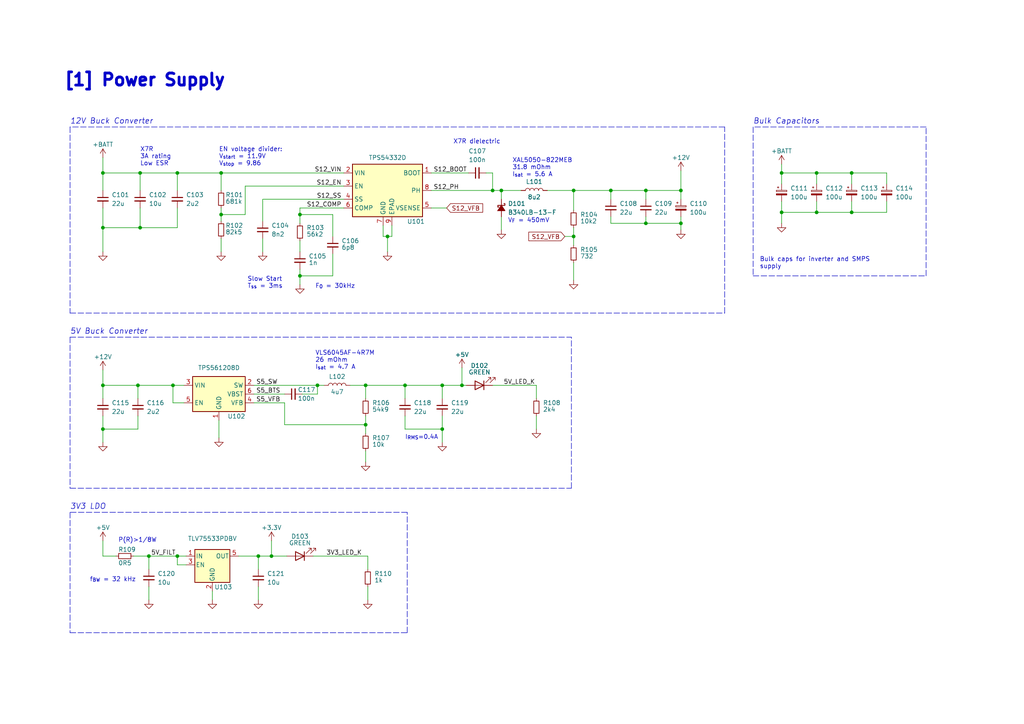
<source format=kicad_sch>
(kicad_sch (version 20211123) (generator eeschema)
  (paper "A4")
  (title_block (title "Power Supply [1]") (date "2023-04-16") (rev "1.0"))
  (lib_symbols
    (symbol "Device:C_Polarized_Small" (pin_numbers hide) (pin_names (offset 0.254) hide)
      (property "Reference" "C" (at 0.254 1.778 0))
      (property "Value" "C_Polarized_Small" (at 0.254 -2.032 0))
      (symbol "C_Polarized_Small_0_1"
        (rectangle (start -1.524 -0.3048) (end 1.524 -0.6858) (fill (type outline)))
        (rectangle (start -1.524 0.6858) (end 1.524 0.3048))
        (polyline (pts (xy -1.27 1.524) (xy -0.762 1.524)))
        (polyline (pts (xy -1.016 1.27) (xy -1.016 1.778)))
      )
      (symbol "C_Polarized_Small_1_1"
        (pin passive line (at 0 2.54 270) (length 1.8542) (name "~") (number "1"))
        (pin passive line (at 0 -2.54 90) (length 1.8542) (name "~") (number "2"))
      )
    )
    (symbol "Device:C_Small" (pin_numbers hide) (pin_names (offset 0.254) hide)
      (property "Reference" "C" (at 0.254 1.778 0))
      (property "Value" "C_Small" (at 0.254 -2.032 0))
      (symbol "C_Small_0_1"
        (polyline (pts (xy -1.524 -0.508) (xy 1.524 -0.508)) (stroke (width 0.3302)))
        (polyline (pts (xy -1.524 0.508) (xy 1.524 0.508)) (stroke (width 0.3048)))
      )
      (symbol "C_Small_1_1"
        (pin passive line (at 0 2.54 270) (length 2.032) (name "~") (number "1"))
        (pin passive line (at 0 -2.54 90) (length 2.032) (name "~") (number "2"))
      )
    )
    (symbol "Device:D_Schottky_Small_Filled" (pin_numbers hide) (pin_names (offset 0.254) hide)
      (property "Reference" "D" (at -1.27 2.032 0))
      (property "Value" "D_Schottky_Small_Filled" (at -7.112 -2.032 0))
      (symbol "D_Schottky_Small_Filled_0_1"
        (polyline (pts (xy -0.762 0) (xy 0.762 0)))
        (polyline (pts (xy 0.762 -1.016) (xy -0.762 0) (xy 0.762 1.016) (xy 0.762 -1.016)) (stroke (width 0.254)) (fill (type outline)))
        (polyline (pts (xy -1.27 0.762) (xy -1.27 1.016) (xy -0.762 1.016) (xy -0.762 -1.016) (xy -0.254 -1.016) (xy -0.254 -0.762)) (stroke (width 0.254)))
      )
      (symbol "D_Schottky_Small_Filled_1_1"
        (pin passive line (at -2.54 0 0) (length 1.778) (name "K") (number "1"))
        (pin passive line (at 2.54 0 180) (length 1.778) (name "A") (number "2"))
      )
    )
    (symbol "Device:L" (pin_numbers hide) (pin_names (offset 1.016) hide)
      (property "Reference" "L" (at -1.27 0 90))
      (property "Value" "L" (at 1.905 0 90))
      (symbol "L_0_1"
        (arc (start 0 -2.54) (mid 0.635 -1.905) (end 0 -1.27))
        (arc (start 0 -1.27) (mid 0.635 -0.635) (end 0 0))
        (arc (start 0 0) (mid 0.635 0.635) (end 0 1.27))
        (arc (start 0 1.27) (mid 0.635 1.905) (end 0 2.54))
      )
      (symbol "L_1_1"
        (pin passive line (at 0 3.81 270) (length 1.27) (name "1") (number "1"))
        (pin passive line (at 0 -3.81 90) (length 1.27) (name "2") (number "2"))
      )
    )
    (symbol "Device:LED" (pin_numbers hide) (pin_names (offset 1.016) hide)
      (property "Reference" "D" (at 0 2.54 0))
      (property "Value" "LED" (at 0 -2.54 0))
      (symbol "LED_0_1"
        (polyline (pts (xy -1.27 -1.27) (xy -1.27 1.27)) (stroke (width 0.254)))
        (polyline (pts (xy -1.27 0) (xy 1.27 0)))
        (polyline (pts (xy 1.27 -1.27) (xy 1.27 1.27) (xy -1.27 0) (xy 1.27 -1.27)) (stroke (width 0.254)))
        (polyline (pts (xy -3.048 -0.762) (xy -4.572 -2.286) (xy -3.81 -2.286) (xy -4.572 -2.286) (xy -4.572 -1.524)))
        (polyline (pts (xy -1.778 -0.762) (xy -3.302 -2.286) (xy -2.54 -2.286) (xy -3.302 -2.286) (xy -3.302 -1.524)))
      )
      (symbol "LED_1_1"
        (pin passive line (at -3.81 0 0) (length 2.54) (name "K") (number "1"))
        (pin passive line (at 3.81 0 180) (length 2.54) (name "A") (number "2"))
      )
    )
    (symbol "Device:R_Small" (pin_numbers hide) (pin_names (offset 0.254) hide)
      (property "Reference" "R" (at 0.762 0.508 0))
      (property "Value" "R_Small" (at 0.762 -1.016 0))
      (symbol "R_Small_0_1"
        (rectangle (start -0.762 1.778) (end 0.762 -1.778) (stroke (width 0.2032)))
      )
      (symbol "R_Small_1_1"
        (pin passive line (at 0 2.54 270) (length 0.762) (name "~") (number "1"))
        (pin passive line (at 0 -2.54 90) (length 0.762) (name "~") (number "2"))
      )
    )
    (symbol "Regulator_Linear:TLV75533PDBV" (pin_names (offset 0.254))
      (property "Reference" "U" (at -3.81 5.715 0))
      (property "Value" "TLV75533PDBV" (at 0 5.715 0))
      (symbol "TLV75533PDBV_0_1"
        (rectangle (start -5.08 4.445) (end 5.08 -5.08) (stroke (width 0.254)) (fill (type background)))
      )
      (symbol "TLV75533PDBV_1_1"
        (pin power_in line (at -7.62 2.54 0) (length 2.54) (name "IN") (number "1"))
        (pin power_in line (at 0 -7.62 90) (length 2.54) (name "GND") (number "2"))
        (pin input line (at -7.62 0 0) (length 2.54) (name "EN") (number "3"))
        (pin no_connect line (at 5.08 0 180) (length 2.54) hide (name "NC") (number "4"))
        (pin power_out line (at 7.62 2.54 180) (length 2.54) (name "OUT") (number "5"))
      )
    )
    (symbol "Regulator_Switching:TPS54332D"
      (property "Reference" "U" (at -10.16 -8.89 0))
      (property "Value" "TPS54332D" (at 2.54 -8.89 0))
      (symbol "TPS54332D_0_0"
        (pin power_in line (at 1.27 -10.16 90) (length 2.54) (name "EPAD") (number "9"))
      )
      (symbol "TPS54332D_1_1"
        (rectangle (start -10.16 7.62) (end 10.16 -7.62) (stroke (width 0.254)) (fill (type background)))
        (pin output line (at 12.7 5.08 180) (length 2.54) (name "BOOT") (number "1"))
        (pin power_in line (at -12.7 5.08 0) (length 2.54) (name "VIN") (number "2"))
        (pin input line (at -12.7 1.27 0) (length 2.54) (name "EN") (number "3"))
        (pin output line (at -12.7 -2.54 0) (length 2.54) (name "SS") (number "4"))
        (pin input line (at 12.7 -5.08 180) (length 2.54) (name "VSENSE") (number "5"))
        (pin output line (at -12.7 -5.08 0) (length 2.54) (name "COMP") (number "6"))
        (pin power_in line (at -1.27 -10.16 90) (length 2.54) (name "GND") (number "7"))
        (pin output line (at 12.7 0 180) (length 2.54) (name "PH") (number "8"))
      )
    )
    (symbol "Regulator_Switching:TPS561208D"
      (property "Reference" "U" (at -7.62 6.35 0))
      (property "Value" "TPS561208D" (at -2.54 6.35 0))
      (symbol "TPS561208D_0_1"
        (rectangle (start -7.62 5.08) (end 7.62 -5.08) (stroke (width 0.254)) (fill (type background)))
      )
      (symbol "TPS561208D_1_1"
        (pin power_in line (at 0 -7.62 90) (length 2.54) (name "GND") (number "1"))
        (pin output line (at 10.16 2.54 180) (length 2.54) (name "SW") (number "2"))
        (pin power_in line (at -10.16 2.54 0) (length 2.54) (name "VIN") (number "3"))
        (pin input line (at 10.16 -2.54 180) (length 2.54) (name "VFB") (number "4"))
        (pin input line (at -10.16 -2.54 0) (length 2.54) (name "EN") (number "5"))
        (pin passive line (at 10.16 0 180) (length 2.54) (name "VBST") (number "6"))
      )
    )
    (symbol "power:+12V" (power) (pin_names (offset 0))
      (property "Value" "+12V" (at 0 3.556 0))
      (symbol "+12V_0_1"
        (polyline (pts (xy -0.762 1.27) (xy 0 2.54)))
        (polyline (pts (xy 0 0) (xy 0 2.54)))
        (polyline (pts (xy 0 2.54) (xy 0.762 1.27)))
      )
      (symbol "+12V_1_1"
        (pin power_in line (at 0 0 90) (length 0) hide (name "+12V") (number "1"))
      )
    )
    (symbol "power:+3.3V" (power) (pin_names (offset 0))
      (property "Value" "+3.3V" (at 0 3.556 0))
      (symbol "+3.3V_0_1"
        (polyline (pts (xy -0.762 1.27) (xy 0 2.54)))
        (polyline (pts (xy 0 0) (xy 0 2.54)))
        (polyline (pts (xy 0 2.54) (xy 0.762 1.27)))
      )
      (symbol "+3.3V_1_1"
        (pin power_in line (at 0 0 90) (length 0) hide (name "+3.3V") (number "1"))
      )
    )
    (symbol "power:+5V" (power) (pin_names (offset 0))
      (property "Value" "+5V" (at 0 3.556 0))
      (symbol "+5V_0_1"
        (polyline (pts (xy -0.762 1.27) (xy 0 2.54)))
        (polyline (pts (xy 0 0) (xy 0 2.54)))
        (polyline (pts (xy 0 2.54) (xy 0.762 1.27)))
      )
      (symbol "+5V_1_1"
        (pin power_in line (at 0 0 90) (length 0) hide (name "+5V") (number "1"))
      )
    )
    (symbol "power:+BATT" (power) (pin_names (offset 0))
      (property "Value" "+BATT" (at 0 3.556 0))
      (symbol "+BATT_0_1"
        (polyline (pts (xy -0.762 1.27) (xy 0 2.54)))
        (polyline (pts (xy 0 0) (xy 0 2.54)))
        (polyline (pts (xy 0 2.54) (xy 0.762 1.27)))
      )
      (symbol "+BATT_1_1"
        (pin power_in line (at 0 0 90) (length 0) hide (name "+BATT") (number "1"))
      )
    )
    (symbol "power:GND" (power) (pin_names (offset 0))
      (property "Value" "GND" (at 0 -3.81 0))
      (symbol "GND_0_1"
        (polyline (pts (xy 0 0) (xy 0 -1.27) (xy 1.27 -1.27) (xy 0 -2.54) (xy -1.27 -1.27) (xy 0 -1.27)))
      )
      (symbol "GND_1_1"
        (pin power_in line (at 0 0 270) (length 0) hide (name "GND") (number "1"))
      )
    )
  )
  (junction (at 86.995 62.23))
  (junction (at 187.325 55.245))
  (junction (at 51.435 161.29))
  (junction (at 197.485 64.77))
  (junction (at 247.015 61.595))
  (junction (at 226.695 61.595))
  (junction (at 40.64 50.165))
  (junction (at 197.485 55.245))
  (junction (at 43.18 161.29))
  (junction (at 86.995 80.01))
  (junction (at 51.435 50.165))
  (junction (at 177.165 55.245))
  (junction (at 133.985 111.76))
  (junction (at 112.395 68.58))
  (junction (at 29.845 111.76))
  (junction (at 117.475 111.76))
  (junction (at 92.075 111.76))
  (junction (at 166.37 68.58))
  (junction (at 166.37 55.245))
  (junction (at 78.74 161.29))
  (junction (at 106.045 123.19))
  (junction (at 236.855 50.165))
  (junction (at 74.93 161.29))
  (junction (at 142.875 55.245))
  (junction (at 29.845 66.04))
  (junction (at 247.015 50.165))
  (junction (at 40.005 111.76))
  (junction (at 236.855 61.595))
  (junction (at 226.695 50.165))
  (junction (at 40.64 66.04))
  (junction (at 145.415 55.245))
  (junction (at 64.135 50.165))
  (junction (at 106.045 111.76))
  (junction (at 128.27 111.76))
  (junction (at 29.845 50.165))
  (junction (at 50.165 111.76))
  (junction (at 64.135 62.23))
  (junction (at 29.845 124.46))
  (junction (at 187.325 64.77))
  (junction (at 128.27 124.46))
  (wire (pts (xy 112.395 68.58) (xy 112.395 73.025)))
  (wire (pts (xy 166.37 66.04) (xy 166.37 68.58)))
  (wire (pts (xy 247.015 58.42) (xy 247.015 61.595)))
  (wire (pts (xy 106.045 123.19) (xy 106.045 120.65)))
  (polyline (pts (xy 210.185 36.83) (xy 20.32 36.83)))
  (wire (pts (xy 166.37 76.2) (xy 166.37 81.28)))
  (wire (pts (xy 40.005 124.46) (xy 29.845 124.46)))
  (wire (pts (xy 63.5 121.92) (xy 63.5 127)))
  (wire (pts (xy 76.2 57.785) (xy 76.2 64.135)))
  (polyline (pts (xy 20.32 97.79) (xy 20.32 141.605)))
  (wire (pts (xy 64.135 69.215) (xy 64.135 73.025)))
  (wire (pts (xy 125.095 60.325) (xy 129.54 60.325)))
  (wire (pts (xy 40.64 50.165) (xy 40.64 55.245)))
  (wire (pts (xy 187.325 64.77) (xy 197.485 64.77)))
  (wire (pts (xy 166.37 68.58) (xy 166.37 71.12)))
  (polyline (pts (xy 268.605 36.83) (xy 218.44 36.83)))
  (wire (pts (xy 99.695 53.975) (xy 71.12 53.975)))
  (wire (pts (xy 29.845 120.65) (xy 29.845 124.46)))
  (wire (pts (xy 106.045 130.81) (xy 106.045 133.985)))
  (wire (pts (xy 128.27 124.46) (xy 128.27 128.27)))
  (wire (pts (xy 117.475 120.65) (xy 117.475 124.46)))
  (wire (pts (xy 73.66 116.84) (xy 82.55 116.84)))
  (wire (pts (xy 226.695 47.625) (xy 226.695 50.165)))
  (polyline (pts (xy 218.44 80.01) (xy 268.605 80.01)))
  (wire (pts (xy 226.695 61.595) (xy 226.695 64.77)))
  (wire (pts (xy 133.985 111.76) (xy 135.255 111.76)))
  (wire (pts (xy 142.875 50.165) (xy 142.875 55.245)))
  (wire (pts (xy 197.485 64.77) (xy 197.485 66.675)))
  (wire (pts (xy 51.435 50.165) (xy 40.64 50.165)))
  (wire (pts (xy 43.18 161.29) (xy 43.18 165.1)))
  (polyline (pts (xy 20.32 90.805) (xy 210.185 90.805)))
  (polyline (pts (xy 20.32 148.59) (xy 20.32 183.515)))
  (wire (pts (xy 86.995 60.325) (xy 99.695 60.325)))
  (wire (pts (xy 247.015 61.595) (xy 236.855 61.595)))
  (wire (pts (xy 226.695 50.165) (xy 236.855 50.165)))
  (wire (pts (xy 38.735 161.29) (xy 43.18 161.29)))
  (wire (pts (xy 29.845 66.04) (xy 29.845 73.025)))
  (wire (pts (xy 128.27 111.76) (xy 133.985 111.76)))
  (wire (pts (xy 236.855 61.595) (xy 226.695 61.595)))
  (wire (pts (xy 90.805 161.29) (xy 106.68 161.29)))
  (wire (pts (xy 140.97 50.165) (xy 142.875 50.165)))
  (wire (pts (xy 106.68 170.18) (xy 106.68 173.99)))
  (wire (pts (xy 117.475 124.46) (xy 128.27 124.46)))
  (wire (pts (xy 96.52 68.58) (xy 96.52 62.23)))
  (wire (pts (xy 187.325 62.865) (xy 187.325 64.77)))
  (wire (pts (xy 155.575 115.57) (xy 155.575 111.76)))
  (wire (pts (xy 236.855 53.34) (xy 236.855 50.165)))
  (wire (pts (xy 145.415 62.865) (xy 145.415 66.675)))
  (polyline (pts (xy 210.185 90.805) (xy 210.185 36.83)))
  (wire (pts (xy 226.695 58.42) (xy 226.695 61.595)))
  (wire (pts (xy 76.2 69.215) (xy 76.2 73.025)))
  (wire (pts (xy 51.435 60.325) (xy 51.435 66.04)))
  (wire (pts (xy 69.215 161.29) (xy 74.93 161.29)))
  (wire (pts (xy 82.55 123.19) (xy 106.045 123.19)))
  (wire (pts (xy 86.995 80.01) (xy 96.52 80.01)))
  (wire (pts (xy 86.995 62.23) (xy 86.995 64.77)))
  (wire (pts (xy 117.475 111.76) (xy 106.045 111.76)))
  (wire (pts (xy 82.55 116.84) (xy 82.55 123.19)))
  (wire (pts (xy 145.415 57.785) (xy 145.415 55.245)))
  (wire (pts (xy 197.485 49.53) (xy 197.485 55.245)))
  (wire (pts (xy 50.165 111.76) (xy 53.34 111.76)))
  (wire (pts (xy 166.37 55.245) (xy 177.165 55.245)))
  (wire (pts (xy 257.175 53.34) (xy 257.175 50.165)))
  (wire (pts (xy 142.875 111.76) (xy 155.575 111.76)))
  (wire (pts (xy 74.93 165.1) (xy 74.93 161.29)))
  (wire (pts (xy 61.595 171.45) (xy 61.595 173.99)))
  (wire (pts (xy 40.64 60.325) (xy 40.64 66.04)))
  (wire (pts (xy 51.435 163.83) (xy 53.975 163.83)))
  (wire (pts (xy 43.18 161.29) (xy 51.435 161.29)))
  (wire (pts (xy 142.875 55.245) (xy 145.415 55.245)))
  (wire (pts (xy 40.64 50.165) (xy 29.845 50.165)))
  (wire (pts (xy 111.125 68.58) (xy 112.395 68.58)))
  (wire (pts (xy 51.435 161.29) (xy 51.435 163.83)))
  (wire (pts (xy 71.12 62.23) (xy 64.135 62.23)))
  (wire (pts (xy 257.175 61.595) (xy 247.015 61.595)))
  (wire (pts (xy 71.12 53.975) (xy 71.12 62.23)))
  (wire (pts (xy 163.83 68.58) (xy 166.37 68.58)))
  (wire (pts (xy 29.845 111.76) (xy 40.005 111.76)))
  (wire (pts (xy 78.74 156.845) (xy 78.74 161.29)))
  (wire (pts (xy 106.045 111.76) (xy 106.045 115.57)))
  (wire (pts (xy 29.845 115.57) (xy 29.845 111.76)))
  (wire (pts (xy 29.845 50.165) (xy 29.845 55.245)))
  (wire (pts (xy 29.845 107.315) (xy 29.845 111.76)))
  (wire (pts (xy 187.325 55.245) (xy 177.165 55.245)))
  (wire (pts (xy 111.125 65.405) (xy 111.125 68.58)))
  (wire (pts (xy 29.845 161.29) (xy 33.655 161.29)))
  (wire (pts (xy 113.665 65.405) (xy 113.665 68.58)))
  (polyline (pts (xy 268.605 80.01) (xy 268.605 36.83)))
  (wire (pts (xy 86.995 80.01) (xy 86.995 82.55)))
  (wire (pts (xy 43.18 170.18) (xy 43.18 173.99)))
  (wire (pts (xy 51.435 66.04) (xy 40.64 66.04)))
  (wire (pts (xy 40.64 66.04) (xy 29.845 66.04)))
  (wire (pts (xy 177.165 64.77) (xy 187.325 64.77)))
  (wire (pts (xy 257.175 58.42) (xy 257.175 61.595)))
  (wire (pts (xy 86.995 78.105) (xy 86.995 80.01)))
  (wire (pts (xy 247.015 50.165) (xy 236.855 50.165)))
  (wire (pts (xy 87.63 114.3) (xy 92.075 114.3)))
  (wire (pts (xy 226.695 50.165) (xy 226.695 53.34)))
  (wire (pts (xy 40.005 120.65) (xy 40.005 124.46)))
  (wire (pts (xy 86.995 60.325) (xy 86.995 62.23)))
  (polyline (pts (xy 20.32 97.79) (xy 165.735 97.79)))
  (wire (pts (xy 117.475 115.57) (xy 117.475 111.76)))
  (wire (pts (xy 92.075 114.3) (xy 92.075 111.76)))
  (wire (pts (xy 197.485 62.865) (xy 197.485 64.77)))
  (wire (pts (xy 73.66 111.76) (xy 92.075 111.76)))
  (wire (pts (xy 166.37 55.245) (xy 166.37 60.96)))
  (wire (pts (xy 29.845 50.165) (xy 29.845 45.72)))
  (wire (pts (xy 29.845 60.325) (xy 29.845 66.04)))
  (wire (pts (xy 236.855 58.42) (xy 236.855 61.595)))
  (polyline (pts (xy 165.735 141.605) (xy 165.735 97.79)))
  (wire (pts (xy 78.74 161.29) (xy 83.185 161.29)))
  (wire (pts (xy 51.435 50.165) (xy 51.435 55.245)))
  (wire (pts (xy 74.93 170.18) (xy 74.93 173.99)))
  (wire (pts (xy 51.435 161.29) (xy 53.975 161.29)))
  (wire (pts (xy 133.985 106.68) (xy 133.985 111.76)))
  (wire (pts (xy 113.665 68.58) (xy 112.395 68.58)))
  (wire (pts (xy 101.6 111.76) (xy 106.045 111.76)))
  (wire (pts (xy 257.175 50.165) (xy 247.015 50.165)))
  (wire (pts (xy 86.995 69.85) (xy 86.995 73.025)))
  (wire (pts (xy 64.135 50.165) (xy 51.435 50.165)))
  (wire (pts (xy 40.005 111.76) (xy 50.165 111.76)))
  (wire (pts (xy 53.34 116.84) (xy 50.165 116.84)))
  (polyline (pts (xy 118.11 183.515) (xy 118.11 148.59)))
  (wire (pts (xy 64.135 60.325) (xy 64.135 62.23)))
  (wire (pts (xy 64.135 62.23) (xy 64.135 64.135)))
  (wire (pts (xy 117.475 111.76) (xy 128.27 111.76)))
  (wire (pts (xy 145.415 55.245) (xy 151.13 55.245)))
  (polyline (pts (xy 20.32 183.515) (xy 118.11 183.515)))
  (polyline (pts (xy 20.32 36.83) (xy 20.32 90.805)))
  (wire (pts (xy 73.66 114.3) (xy 82.55 114.3)))
  (wire (pts (xy 96.52 80.01) (xy 96.52 73.66)))
  (wire (pts (xy 197.485 55.245) (xy 197.485 57.785)))
  (wire (pts (xy 96.52 62.23) (xy 86.995 62.23)))
  (wire (pts (xy 106.045 125.73) (xy 106.045 123.19)))
  (wire (pts (xy 128.27 120.65) (xy 128.27 124.46)))
  (wire (pts (xy 125.095 55.245) (xy 142.875 55.245)))
  (polyline (pts (xy 218.44 36.83) (xy 218.44 80.01)))
  (wire (pts (xy 106.68 165.1) (xy 106.68 161.29)))
  (wire (pts (xy 99.695 57.785) (xy 76.2 57.785)))
  (wire (pts (xy 29.845 124.46) (xy 29.845 128.27)))
  (wire (pts (xy 247.015 53.34) (xy 247.015 50.165)))
  (wire (pts (xy 187.325 55.245) (xy 197.485 55.245)))
  (wire (pts (xy 177.165 62.865) (xy 177.165 64.77)))
  (wire (pts (xy 187.325 57.785) (xy 187.325 55.245)))
  (polyline (pts (xy 20.32 141.605) (xy 165.735 141.605)))
  (wire (pts (xy 92.075 111.76) (xy 93.98 111.76)))
  (wire (pts (xy 29.845 156.845) (xy 29.845 161.29)))
  (wire (pts (xy 50.165 116.84) (xy 50.165 111.76)))
  (wire (pts (xy 125.095 50.165) (xy 135.89 50.165)))
  (wire (pts (xy 177.165 55.245) (xy 177.165 57.785)))
  (wire (pts (xy 128.27 115.57) (xy 128.27 111.76)))
  (wire (pts (xy 74.93 161.29) (xy 78.74 161.29)))
  (wire (pts (xy 158.75 55.245) (xy 166.37 55.245)))
  (wire (pts (xy 64.135 50.165) (xy 64.135 55.245)))
  (wire (pts (xy 99.695 50.165) (xy 64.135 50.165)))
  (wire (pts (xy 40.005 115.57) (xy 40.005 111.76)))
  (wire (pts (xy 155.575 120.65) (xy 155.575 124.46)))
  (polyline (pts (xy 118.11 148.59) (xy 20.32 148.59)))
  (text "X7R dielectric" (at 131.445 41.91 0) (effects (font (size 1.27 1.27)) (justify left bottom)))
  (text "P(R)>1/8W" (at 34.29 157.48 0) (effects (font (size 1.27 1.27)) (justify left bottom)))
  (text "V_{F} = 450mV" (at 147.32 64.77 0) (effects (font (size 1.27 1.27)) (justify left bottom)))
  (text "EN voltage divider:\nV_{start} = 11.9V\nV_{stop} = 9.86" (at 63.5 48.26 0) (effects (font (size 1.27 1.27)) (justify left bottom)))
  (text "I_{RMS}=0.4A\n" (at 117.475 127.635 0) (effects (font (size 1.27 1.27)) (justify left bottom)))
  (text "f_{BW} = 32 kHz" (at 26.035 168.91 0) (effects (font (size 1.27 1.27)) (justify left bottom)))
  (text "VLS6045AF-4R7M\n26 mOhm\nI_{sat} = 4.7 A" (at 91.44 107.315 0) (effects (font (size 1.27 1.27)) (justify left bottom)))
  (text "5V Buck Converter" (at 20.32 97.155 0) (effects (font (size 1.6 1.6) italic) (justify left bottom)))
  (text "F_{0} = 30kHz" (at 91.44 83.82 0) (effects (font (size 1.27 1.27)) (justify left bottom)))
  (text "Bulk Capacitors" (at 218.44 36.195 0) (effects (font (size 1.6 1.6) italic) (justify left bottom)))
  (text "XAL5050-822MEB\n31.8 mOhm\nI_{sat} = 5.6 A " (at 148.59 51.435 0) (effects (font (size 1.27 1.27)) (justify left bottom)))
  (text "3V3 LDO" (at 20.32 147.955 0) (effects (font (size 1.6 1.6) italic) (justify left bottom)))
  (text "[1] Power Supply" (at 18.415 25.4 0) (effects (font (size 3.5 3.5) (thickness 0.8) bold) (justify left bottom)))
  (text "X7R\n3A rating\nLow ESR" (at 40.64 48.26 0) (effects (font (size 1.27 1.27)) (justify left bottom)))
  (text "Slow Start\nT_{ss} = 3ms\n" (at 71.755 83.82 0) (effects (font (size 1.27 1.27)) (justify left bottom)))
  (text "12V Buck Converter" (at 20.32 36.195 0) (effects (font (size 1.6 1.6) italic) (justify left bottom)))
  (text "Bulk caps for inverter and SMPS \nsupply" (at 220.345 78.105 0) (effects (font (size 1.27 1.27)) (justify left bottom)))
  (label "S12_PH" (at 125.73 55.245 0))
  (label "3V3_LED_K" (at 94.615 161.29 0))
  (label "S5_SW" (at 74.295 111.76 0))
  (label "5V_LED_K" (at 146.05 111.76 0))
  (label "S5_BTS" (at 74.295 114.3 0))
  (label "S12_SS" (at 99.06 57.785 180))
  (label "S12_BOOT" (at 125.73 50.165 0))
  (label "S12_VIN" (at 99.06 50.165 180))
  (label "S12_COMP" (at 99.06 60.325 180))
  (label "5V_FILT" (at 43.815 161.29 0))
  (label "S12_EN" (at 99.06 53.975 180))
  (label "S5_VFB" (at 74.295 116.84 0))
  (global_label "S12_VFB" (shape input) (at 129.54 60.325 0) (property "Intersheet References" "${INTERSHEET_REFS}" (effects hide)))
  (global_label "S12_VFB" (shape input) (at 163.83 68.58 180) (property "Intersheet References" "${INTERSHEET_REFS}" (effects hide)))
  (symbol (lib_id "Device:C_Small") (at 74.93 167.64 0) (unit 1)
    (property "Reference" "C121" (at 77.47 166.3762 0) (effects (justify left)))
    (property "Value" "10u" (at 77.47 168.9162 0) (effects (justify left)))
  )
  (symbol (lib_id "power:+5V") (at 133.985 106.68 0) (unit 1)
    (property "Reference" "#PWR?" (effects hide))
    (property "Value" "+5V" (at 133.985 102.87 0))
  )
  (symbol (lib_id "Device:LED") (at 86.995 161.29 180) (unit 1)
    (property "Reference" "D103" (at 86.995 155.575 0))
    (property "Value" "GREEN" (at 86.995 157.48 0))
  )
  (symbol (lib_id "Device:C_Polarized_Small") (at 257.175 55.88 0) (unit 1)
    (property "Reference" "C114" (at 259.715 54.61 0) (effects (justify left)))
    (property "Value" "100u" (at 259.715 57.15 0) (effects (justify left)))
  )
  (symbol (lib_id "power:+3.3V") (at 78.74 156.845 0) (unit 1)
    (property "Reference" "#PWR?" (effects hide))
    (property "Value" "+3.3V" (at 78.74 153.035 0))
  )
  (symbol (lib_id "power:GND") (at 197.485 66.675 0) (unit 1)
    (property "Reference" "#PWR?" (effects hide))
    (property "Value" "GND" (effects hide))
  )
  (symbol (lib_id "power:GND") (at 106.045 133.985 0) (unit 1)
    (property "Reference" "#PWR?" (effects hide))
    (property "Value" "GND" (effects hide))
  )
  (symbol (lib_id "power:GND") (at 86.995 82.55 0) (unit 1)
    (property "Reference" "#PWR?" (effects hide))
    (property "Value" "GND" (effects hide))
  )
  (symbol (lib_id "Device:R_Small") (at 166.37 63.5 180) (unit 1)
    (property "Reference" "R104" (at 168.275 62.23 0) (effects (justify right)))
    (property "Value" "10k2" (at 168.275 64.135 0) (effects (justify right)))
  )
  (symbol (lib_id "power:GND") (at 61.595 173.99 0) (unit 1)
    (property "Reference" "#PWR?" (effects hide))
    (property "Value" "GND" (effects hide))
  )
  (symbol (lib_id "power:+5V") (at 29.845 156.845 0) (unit 1)
    (property "Reference" "#PWR?" (effects hide))
    (property "Value" "+5V" (at 29.845 153.035 0))
  )
  (symbol (lib_id "power:GND") (at 155.575 124.46 0) (unit 1)
    (property "Reference" "#PWR?" (effects hide))
    (property "Value" "GND" (effects hide))
  )
  (symbol (lib_id "power:GND") (at 29.845 128.27 0) (unit 1)
    (property "Reference" "#PWR?" (effects hide))
    (property "Value" "GND" (effects hide))
  )
  (symbol (lib_id "Regulator_Switching:TPS54332D") (at 112.395 55.245 0) (unit 1)
    (property "Reference" "U101" (at 120.65 63.5 0) (effects (justify top)))
    (property "Value" "TPS54332D" (at 112.395 45.72 0))
  )
  (symbol (lib_id "Device:C_Small") (at 76.2 66.675 0) (unit 1)
    (property "Reference" "C104" (at 78.74 65.3988 0) (effects (justify left)))
    (property "Value" "8n2" (at 78.74 67.945 0) (effects (justify left)))
  )
  (symbol (lib_id "power:GND") (at 43.18 173.99 0) (unit 1)
    (property "Reference" "#PWR?" (effects hide))
    (property "Value" "GND" (effects hide))
  )
  (symbol (lib_id "Device:C_Small") (at 86.995 75.565 0) (unit 1)
    (property "Reference" "C105" (at 89.535 74.3012 0) (effects (justify left)))
    (property "Value" "1n" (at 89.535 76.2 0) (effects (justify left)))
  )
  (symbol (lib_id "Device:C_Small") (at 96.52 71.12 0) (unit 1)
    (property "Reference" "C106" (at 99.06 69.8562 0) (effects (justify left)))
    (property "Value" "6p8" (at 99.06 71.755 0) (effects (justify left)))
  )
  (symbol (lib_id "power:+BATT") (at 226.695 47.625 0) (unit 1)
    (property "Reference" "#PWR?" (effects hide))
    (property "Value" "+BATT" (at 226.695 43.815 0))
  )
  (symbol (lib_id "Device:C_Small") (at 138.43 50.165 90) (unit 1)
    (property "Reference" "C107" (at 138.43 43.815 90))
    (property "Value" "100n" (at 138.43 46.355 90))
  )
  (symbol (lib_id "Device:R_Small") (at 166.37 73.66 180) (unit 1)
    (property "Reference" "R105" (at 168.275 72.39 0) (effects (justify right)))
    (property "Value" "732" (at 168.275 74.295 0) (effects (justify right)))
  )
  (symbol (lib_id "power:+12V") (at 29.845 107.315 0) (unit 1)
    (property "Reference" "#PWR?" (effects hide))
    (property "Value" "+12V" (at 29.845 103.505 0))
  )
  (symbol (lib_id "Device:R_Small") (at 64.135 57.785 180) (unit 1)
    (property "Reference" "R101" (at 65.405 56.515 0) (effects (justify right)))
    (property "Value" "681k" (at 65.405 58.42 0) (effects (justify right)))
  )
  (symbol (lib_id "Device:R_Small") (at 86.995 67.31 180) (unit 1)
    (property "Reference" "R103" (at 88.9 66.04 0) (effects (justify right)))
    (property "Value" "56k2" (at 88.9 67.945 0) (effects (justify right)))
  )
  (symbol (lib_id "power:GND") (at 29.845 73.025 0) (unit 1)
    (property "Reference" "#PWR?" (effects hide))
    (property "Value" "GND" (effects hide))
  )
  (symbol (lib_id "Device:R_Small") (at 106.045 128.27 180) (unit 1)
    (property "Reference" "R107" (at 107.95 127 0) (effects (justify right)))
    (property "Value" "10k" (at 107.95 128.905 0) (effects (justify right)))
  )
  (symbol (lib_id "Device:C_Polarized_Small") (at 197.485 60.325 0) (unit 1)
    (property "Reference" "C110" (at 200.025 59.055 0) (effects (justify left)))
    (property "Value" "100u" (at 200.025 61.595 0) (effects (justify left)))
  )
  (symbol (lib_id "Device:L") (at 154.94 55.245 90) (unit 1)
    (property "Reference" "L101" (at 154.94 52.705 90))
    (property "Value" "8u2" (at 154.94 57.15 90))
  )
  (symbol (lib_id "Device:C_Polarized_Small") (at 247.015 55.88 0) (unit 1)
    (property "Reference" "C113" (at 249.555 54.61 0) (effects (justify left)))
    (property "Value" "100u" (at 249.555 57.15 0) (effects (justify left)))
  )
  (symbol (lib_id "power:GND") (at 145.415 66.675 0) (unit 1)
    (property "Reference" "#PWR?" (effects hide))
    (property "Value" "GND" (effects hide))
  )
  (symbol (lib_id "Device:R_Small") (at 155.575 118.11 180) (unit 1)
    (property "Reference" "R108" (at 157.48 116.84 0) (effects (justify right)))
    (property "Value" "2k4" (at 157.48 118.745 0) (effects (justify right)))
  )
  (symbol (lib_id "power:GND") (at 106.68 173.99 0) (unit 1)
    (property "Reference" "#PWR?" (effects hide))
    (property "Value" "GND" (effects hide))
  )
  (symbol (lib_id "Device:C_Small") (at 29.845 57.785 0) (unit 1)
    (property "Reference" "C101" (at 32.385 56.515 0) (effects (justify left)))
    (property "Value" "22u" (at 32.385 59.055 0) (effects (justify left)))
  )
  (symbol (lib_id "Device:C_Polarized_Small") (at 226.695 55.88 0) (unit 1)
    (property "Reference" "C111" (at 229.235 54.61 0) (effects (justify left)))
    (property "Value" "100u" (at 229.235 57.15 0) (effects (justify left)))
  )
  (symbol (lib_id "Device:C_Small") (at 29.845 118.11 0) (unit 1)
    (property "Reference" "C115" (at 32.385 116.84 0) (effects (justify left)))
    (property "Value" "22u" (at 32.385 119.3862 0) (effects (justify left)))
  )
  (symbol (lib_id "Device:L") (at 97.79 111.76 90) (unit 1)
    (property "Reference" "L102" (at 97.79 109.22 90))
    (property "Value" "4u7" (at 97.79 113.665 90))
    (property "Footprint" "Inductor_TDK:VLS6045" (effects hide))
  )
  (symbol (lib_id "Regulator_Switching:TPS561208D") (at 63.5 114.3 0) (unit 1)
    (property "Reference" "U102" (at 68.58 120.015 0) (effects (justify top)))
    (property "Value" "TPS561208D" (at 63.5 106.68 0))
  )
  (symbol (lib_id "power:+12V") (at 197.485 49.53 0) (unit 1)
    (property "Reference" "#PWR?" (effects hide))
    (property "Value" "+12V" (at 197.485 45.72 0))
  )
  (symbol (lib_id "power:GND") (at 112.395 73.025 0) (unit 1)
    (property "Reference" "#PWR?" (effects hide))
    (property "Value" "GND" (effects hide))
  )
  (symbol (lib_id "Device:C_Small") (at 85.09 114.3 90) (unit 1)
    (property "Reference" "C117" (at 86.36 113.03 90) (effects (justify right)))
    (property "Value" "100n" (at 86.36 115.57 90) (effects (justify right)))
  )
  (symbol (lib_id "power:GND") (at 64.135 73.025 0) (unit 1)
    (property "Reference" "#PWR?" (effects hide))
    (property "Value" "GND" (effects hide))
  )
  (symbol (lib_id "Device:C_Small") (at 177.165 60.325 0) (unit 1)
    (property "Reference" "C108" (at 179.705 59.055 0) (effects (justify left)))
    (property "Value" "22u" (at 179.705 61.595 0) (effects (justify left)))
  )
  (symbol (lib_id "power:GND") (at 226.695 64.77 0) (unit 1)
    (property "Reference" "#PWR?" (effects hide))
    (property "Value" "GND" (effects hide))
  )
  (symbol (lib_id "Device:D_Schottky_Small_Filled") (at 145.415 60.325 270) (unit 1)
    (property "Reference" "D101" (at 147.32 59.055 90) (effects (justify left)))
    (property "Value" "B340LB-13-F" (at 147.32 61.595 90) (effects (justify left)))
    (property "Footprint" "Diode_SMD:D_SOD-123" (effects hide))
  )
  (symbol (lib_id "Regulator_Linear:TLV75533PDBV") (at 61.595 163.83 0) (unit 1)
    (property "Reference" "U103" (at 64.77 169.545 0) (effects (justify top)))
    (property "Value" "TLV75533PDBV" (at 61.595 156.21 0))
    (property "Footprint" "Package_TO_SOT_SMD:SOT-23-5" (effects hide))
    (property "Datasheet" "http://www.ti.com/lit/ds/symlink/tlv755p.pdf" (effects hide))
  )
  (symbol (lib_id "power:GND") (at 166.37 81.28 0) (unit 1)
    (property "Reference" "#PWR?" (effects hide))
    (property "Value" "GND" (effects hide))
  )
  (symbol (lib_id "Device:C_Small") (at 43.18 167.64 0) (unit 1)
    (property "Reference" "C120" (at 45.72 166.3762 0) (effects (justify left)))
    (property "Value" "10u" (at 45.72 168.9162 0) (effects (justify left)))
  )
  (symbol (lib_id "power:GND") (at 63.5 127 0) (unit 1)
    (property "Reference" "#PWR?" (effects hide))
    (property "Value" "GND" (effects hide))
  )
  (symbol (lib_id "Device:R_Small") (at 36.195 161.29 270) (unit 1)
    (property "Reference" "R109" (at 34.29 159.385 90) (effects (justify left)))
    (property "Value" "0R5" (at 34.29 162.56 90) (effects (justify left top)))
  )
  (symbol (lib_id "Device:C_Small") (at 128.27 118.11 0) (unit 1)
    (property "Reference" "C119" (at 130.81 116.84 0) (effects (justify left)))
    (property "Value" "22u" (at 130.81 119.38 0) (effects (justify left)))
  )
  (symbol (lib_id "power:GND") (at 74.93 173.99 0) (unit 1)
    (property "Reference" "#PWR?" (effects hide))
    (property "Value" "GND" (effects hide))
  )
  (symbol (lib_id "Device:C_Polarized_Small") (at 236.855 55.88 0) (unit 1)
    (property "Reference" "C112" (at 239.395 54.61 0) (effects (justify left)))
    (property "Value" "100u" (at 239.395 57.15 0) (effects (justify left)))
  )
  (symbol (lib_id "power:GND") (at 128.27 128.27 0) (unit 1)
    (property "Reference" "#PWR?" (effects hide))
    (property "Value" "GND" (effects hide))
  )
  (symbol (lib_id "Device:C_Small") (at 40.005 118.11 0) (unit 1)
    (property "Reference" "C116" (at 42.545 116.84 0) (effects (justify left)))
    (property "Value" "2u2" (at 42.545 119.38 0) (effects (justify left)))
  )
  (symbol (lib_id "power:GND") (at 76.2 73.025 0) (unit 1)
    (property "Reference" "#PWR?" (effects hide))
    (property "Value" "GND" (effects hide))
  )
  (symbol (lib_id "Device:R_Small") (at 64.135 66.675 180) (unit 1)
    (property "Reference" "R102" (at 65.405 65.405 0) (effects (justify right)))
    (property "Value" "82k5" (at 65.405 67.31 0) (effects (justify right)))
  )
  (symbol (lib_id "Device:C_Small") (at 117.475 118.11 0) (unit 1)
    (property "Reference" "C118" (at 120.015 116.84 0) (effects (justify left)))
    (property "Value" "22u" (at 120.015 119.38 0) (effects (justify left)))
  )
  (symbol (lib_id "Device:LED") (at 139.065 111.76 180) (unit 1)
    (property "Reference" "D102" (at 139.065 106.045 0))
    (property "Value" "GREEN" (at 139.065 107.95 0))
  )
  (symbol (lib_id "power:+BATT") (at 29.845 45.72 0) (unit 1)
    (property "Reference" "#PWR?" (effects hide))
    (property "Value" "+BATT" (at 29.845 41.91 0))
  )
  (symbol (lib_id "Device:C_Small") (at 40.64 57.785 0) (unit 1)
    (property "Reference" "C102" (at 43.18 56.515 0) (effects (justify left)))
    (property "Value" "10u" (at 43.18 59.055 0) (effects (justify left)))
  )
  (symbol (lib_id "Device:R_Small") (at 106.045 118.11 180) (unit 1)
    (property "Reference" "R106" (at 107.95 116.84 0) (effects (justify right)))
    (property "Value" "54k9" (at 107.95 118.745 0) (effects (justify right)))
  )
  (symbol (lib_id "Device:C_Small") (at 51.435 57.785 0) (unit 1)
    (property "Reference" "C103" (at 53.975 56.515 0) (effects (justify left)))
    (property "Value" "2u2" (at 53.975 59.055 0) (effects (justify left)))
  )
  (symbol (lib_id "Device:C_Small") (at 187.325 60.325 0) (unit 1)
    (property "Reference" "C109" (at 189.865 59.055 0) (effects (justify left)))
    (property "Value" "22u" (at 189.865 61.595 0) (effects (justify left)))
  )
  (symbol (lib_id "Device:R_Small") (at 106.68 167.64 180) (unit 1)
    (property "Reference" "R110" (at 108.585 166.37 0) (effects (justify right)))
    (property "Value" "1k" (at 108.585 168.275 0) (effects (justify right)))
  )
)
</source>
